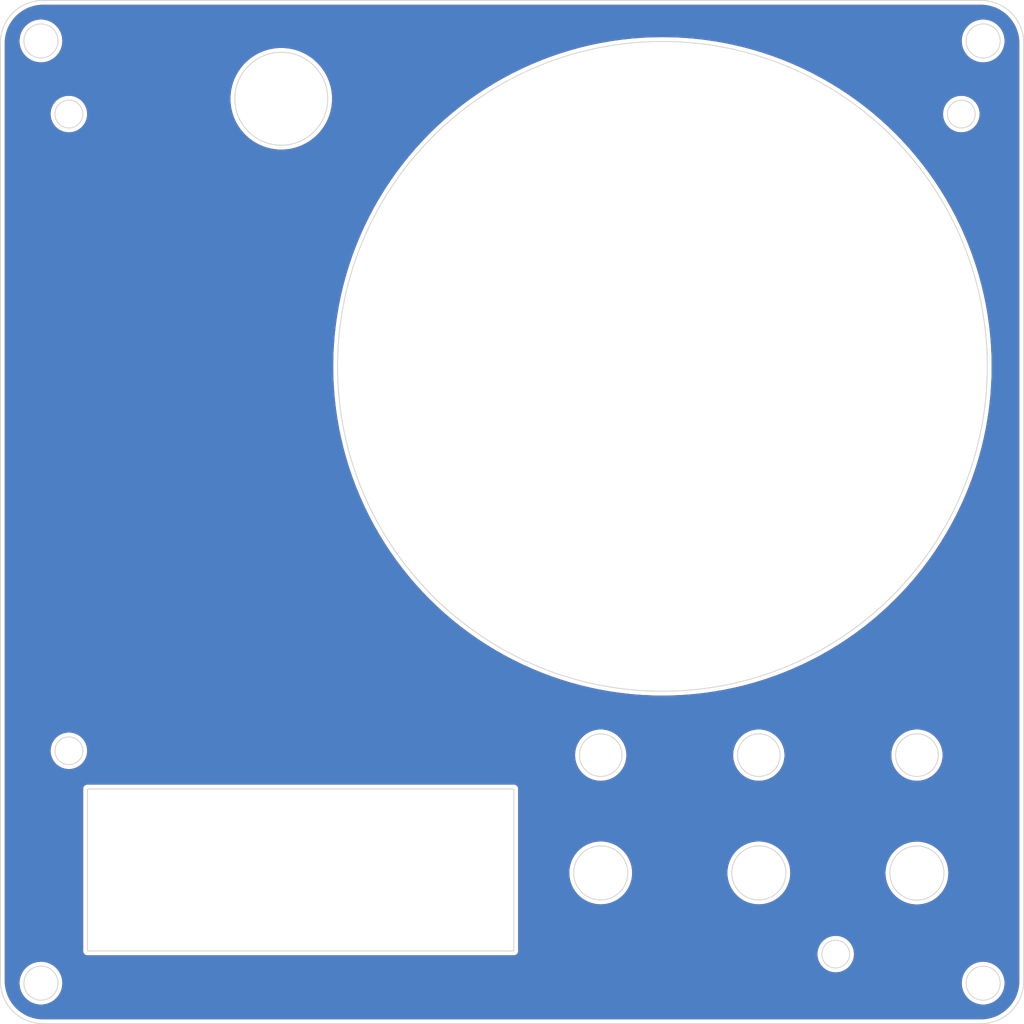
<source format=kicad_pcb>
(kicad_pcb (version 20211014) (generator pcbnew)
  (layers (0 "F.Cu" signal) (31 "B.Cu" signal) (34 "B.Paste" user) (35 "F.Paste" user) (36 "B.SilkS" user "B.Silkscreen") (37 "F.SilkS" user "F.Silkscreen") (38 "B.Mask" user) (39 "F.Mask" user) (44 "Edge.Cuts" user))
  (net 0 "")
  (gr_arc (start 145.184 44.728) (mid 148.719534 46.192466) (end 150.184 49.728) (layer "Edge.Cuts") (width 0.1))
  (gr_circle (center 100.584 147.0481) (end 103.759 147.0481) (layer "Edge.Cuts") (width 0.1) (fill none))
  (gr_circle (center 38.2104 132.7278) (end 39.84235 132.7278) (layer "Edge.Cuts") (width 0.1) (fill none))
  (gr_line (start 30.184 159.728) (end 30.184 49.728) (layer "Edge.Cuts") (width 0.1))
  (gr_arc (start 30.184 49.728) (mid 31.648466 46.192466) (end 35.184 44.728) (layer "Edge.Cuts") (width 0.1))
  (gr_circle (center 145.434 49.478) (end 147.434 49.478) (layer "Edge.Cuts") (width 0.1) (fill none))
  (gr_rect (start 40.395 156.203) (end 90.395 137.203) (layer "Edge.Cuts") (width 0.1) (fill none))
  (gr_arc (start 150.184 159.728) (mid 148.719534 163.263534) (end 145.184 164.728) (layer "Edge.Cuts") (width 0.1))
  (gr_circle (center 145.434 159.978) (end 147.434 159.978) (layer "Edge.Cuts") (width 0.1) (fill none))
  (gr_circle (center 137.668 133.2358) (end 140.168 133.2358) (layer "Edge.Cuts") (width 0.1) (fill none))
  (gr_circle (center 107.823 87.6428) (end 145.923 87.6428) (layer "Edge.Cuts") (width 0.1) (fill none))
  (gr_circle (center 119.126 133.2358) (end 121.626 133.2358) (layer "Edge.Cuts") (width 0.1) (fill none))
  (gr_line (start 150.184 49.728) (end 150.184 159.728) (layer "Edge.Cuts") (width 0.1))
  (gr_line (start 35.184 44.728) (end 145.184 44.728) (layer "Edge.Cuts") (width 0.1))
  (gr_circle (center 128.143 156.5693) (end 129.77495 156.5693) (layer "Edge.Cuts") (width 0.1) (fill none))
  (gr_circle (center 34.934 159.978) (end 36.934 159.978) (layer "Edge.Cuts") (width 0.1) (fill none))
  (gr_circle (center 100.584 133.2358) (end 103.084 133.2358) (layer "Edge.Cuts") (width 0.1) (fill none))
  (gr_circle (center 38.2104 58.0518) (end 39.84235 58.0518) (layer "Edge.Cuts") (width 0.1) (fill none))
  (gr_circle (center 119.126 147.0481) (end 122.301 147.0481) (layer "Edge.Cuts") (width 0.1) (fill none))
  (gr_circle (center 137.668 147.066) (end 140.843 147.066) (layer "Edge.Cuts") (width 0.1) (fill none))
  (gr_line (start 145.184 164.728) (end 35.184 164.728) (layer "Edge.Cuts") (width 0.1))
  (gr_circle (center 63.119 56.261) (end 68.569 56.261) (layer "Edge.Cuts") (width 0.1) (fill none))
  (gr_circle (center 142.875 58.0518) (end 144.50695 58.0518) (layer "Edge.Cuts") (width 0.1) (fill none))
  (gr_circle (center 34.934 49.478) (end 36.934 49.478) (layer "Edge.Cuts") (width 0.1) (fill none))
  (gr_arc (start 35.184 164.728) (mid 31.648466 163.263534) (end 30.184 159.728) (layer "Edge.Cuts") (width 0.1))
  (zone (net 0) (net_name "") (layers F&B.Cu) (connect_pads (clearance 0.508)) (min_thickness 0.254) (fill yes (thermal_gap 0.508) (thermal_bridge_width 0.508))
    (polygon (pts (xy 150.114 164.592) (xy 30.48 164.592) (xy 30.48 44.958) (xy 150.114 44.958)))
  )
)
</source>
